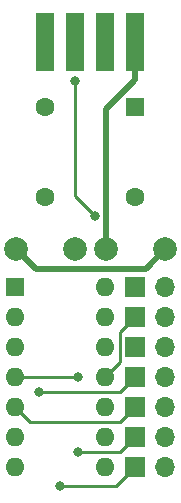
<source format=gbl>
G04 #@! TF.GenerationSoftware,KiCad,Pcbnew,5.1.10*
G04 #@! TF.CreationDate,2022-01-26T01:17:43-08:00*
G04 #@! TF.ProjectId,Baud_Generator,42617564-5f47-4656-9e65-7261746f722e,rev?*
G04 #@! TF.SameCoordinates,Original*
G04 #@! TF.FileFunction,Copper,L2,Bot*
G04 #@! TF.FilePolarity,Positive*
%FSLAX46Y46*%
G04 Gerber Fmt 4.6, Leading zero omitted, Abs format (unit mm)*
G04 Created by KiCad (PCBNEW 5.1.10) date 2022-01-26 01:17:43*
%MOMM*%
%LPD*%
G01*
G04 APERTURE LIST*
G04 #@! TA.AperFunction,ComponentPad*
%ADD10R,1.700000X1.700000*%
G04 #@! TD*
G04 #@! TA.AperFunction,ComponentPad*
%ADD11O,1.700000X1.700000*%
G04 #@! TD*
G04 #@! TA.AperFunction,ComponentPad*
%ADD12C,2.000000*%
G04 #@! TD*
G04 #@! TA.AperFunction,ComponentPad*
%ADD13O,1.600000X1.600000*%
G04 #@! TD*
G04 #@! TA.AperFunction,ComponentPad*
%ADD14R,1.600000X1.600000*%
G04 #@! TD*
G04 #@! TA.AperFunction,ComponentPad*
%ADD15C,1.600000*%
G04 #@! TD*
G04 #@! TA.AperFunction,ConnectorPad*
%ADD16R,1.500000X5.000000*%
G04 #@! TD*
G04 #@! TA.AperFunction,ViaPad*
%ADD17C,0.800000*%
G04 #@! TD*
G04 #@! TA.AperFunction,Conductor*
%ADD18C,0.500000*%
G04 #@! TD*
G04 #@! TA.AperFunction,Conductor*
%ADD19C,0.250000*%
G04 #@! TD*
G04 APERTURE END LIST*
D10*
X117395001Y-79930001D03*
D11*
X119935001Y-79930001D03*
D10*
X117395001Y-82470001D03*
D11*
X119935001Y-82470001D03*
D10*
X117395001Y-85010001D03*
D11*
X119935001Y-85010001D03*
D10*
X117395001Y-87550001D03*
D11*
X119935001Y-87550001D03*
D10*
X117395001Y-90090001D03*
D11*
X119935001Y-90090001D03*
D10*
X117395001Y-92630001D03*
D11*
X119935001Y-92630001D03*
D10*
X117395001Y-95170001D03*
D11*
X119935001Y-95170001D03*
D12*
X107315001Y-76755001D03*
X112315001Y-76755001D03*
X114935001Y-76755001D03*
X119935001Y-76755001D03*
D13*
X114855001Y-79930001D03*
X107235001Y-95170001D03*
X114855001Y-82470001D03*
X107235001Y-92630001D03*
X114855001Y-85010001D03*
X107235001Y-90090001D03*
X114855001Y-87550001D03*
X107235001Y-87550001D03*
X114855001Y-90090001D03*
X107235001Y-85010001D03*
X114855001Y-92630001D03*
X107235001Y-82470001D03*
X114855001Y-95170001D03*
D14*
X107235001Y-79930001D03*
X117395001Y-64690001D03*
D15*
X117395001Y-72310001D03*
X109775001Y-72310001D03*
X109775001Y-64690001D03*
D16*
X112315001Y-59155000D03*
X114855001Y-59155000D03*
X117395001Y-59155000D03*
X109775001Y-59155000D03*
D17*
X113966001Y-73905001D03*
X112315001Y-62455001D03*
X109275001Y-88805001D03*
X112569001Y-87550001D03*
X112569001Y-93883001D03*
X111045001Y-96805001D03*
D18*
X118285001Y-78405001D02*
X119935001Y-76755001D01*
X108965001Y-78405001D02*
X118285001Y-78405001D01*
X107315001Y-76755001D02*
X108965001Y-78405001D01*
D19*
X114982001Y-76708001D02*
X114935001Y-76755001D01*
D18*
X115029001Y-76661001D02*
X114935001Y-76661001D01*
X117330001Y-62455001D02*
X114935001Y-64850001D01*
X114935001Y-64850001D02*
X114935001Y-76567001D01*
X114935001Y-76567001D02*
X115029001Y-76661001D01*
X114935001Y-76661001D02*
X114982001Y-76708001D01*
X117395001Y-58720000D02*
X117395001Y-62390001D01*
D19*
X113966001Y-73955001D02*
X113966001Y-73905001D01*
X112315001Y-72254001D02*
X112315001Y-62205001D01*
X113966001Y-73905001D02*
X112315001Y-72254001D01*
X116095001Y-83770001D02*
X117395001Y-82470001D01*
X116095001Y-86310001D02*
X116095001Y-83770001D01*
X114855001Y-87550001D02*
X116095001Y-86310001D01*
X116140001Y-88805001D02*
X117395001Y-87550001D01*
X109275001Y-88805001D02*
X116140001Y-88805001D01*
X116125001Y-91360001D02*
X117395001Y-90090001D01*
X108505001Y-91360001D02*
X116125001Y-91360001D01*
X107235001Y-90090001D02*
X108505001Y-91360001D01*
X107235001Y-87550001D02*
X112569001Y-87550001D01*
X116142001Y-93883001D02*
X112679001Y-93883001D01*
X117395001Y-92630001D02*
X116142001Y-93883001D01*
X115760001Y-96805001D02*
X111045001Y-96805001D01*
X117395001Y-95170001D02*
X115760001Y-96805001D01*
M02*

</source>
